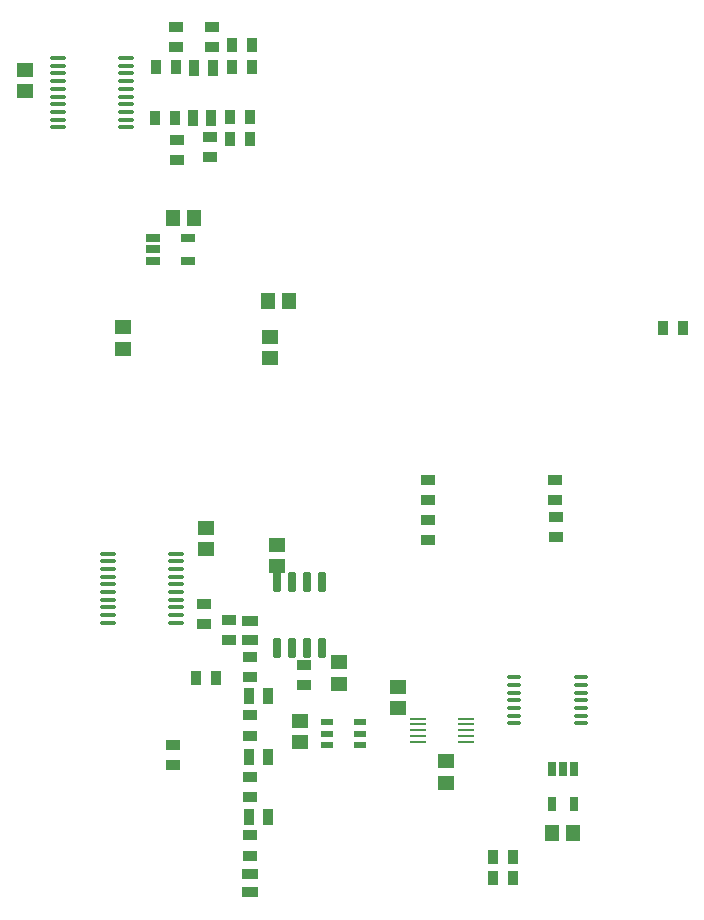
<source format=gbr>
G04 Layer_Color=8421504*
%FSLAX26Y26*%
%MOIN*%
%TF.FileFunction,Paste,Top*%
%TF.Part,Single*%
G01*
G75*
%TA.AperFunction,SMDPad,CuDef*%
%ADD10R,0.051181X0.033465*%
%ADD11R,0.033465X0.051181*%
%ADD12R,0.057087X0.045276*%
%ADD13O,0.055118X0.013780*%
%ADD14R,0.053150X0.037402*%
%ADD15R,0.037402X0.053150*%
%ADD16R,0.039370X0.023622*%
%ADD17R,0.045276X0.057087*%
G04:AMPARAMS|DCode=18|XSize=25.591mil|YSize=47.244mil|CornerRadius=1.919mil|HoleSize=0mil|Usage=FLASHONLY|Rotation=90.000|XOffset=0mil|YOffset=0mil|HoleType=Round|Shape=RoundedRectangle|*
%AMROUNDEDRECTD18*
21,1,0.025591,0.043406,0,0,90.0*
21,1,0.021752,0.047244,0,0,90.0*
1,1,0.003839,0.021703,0.010876*
1,1,0.003839,0.021703,-0.010876*
1,1,0.003839,-0.021703,-0.010876*
1,1,0.003839,-0.021703,0.010876*
%
%ADD18ROUNDEDRECTD18*%
%ADD19O,0.057087X0.009842*%
%ADD20O,0.049213X0.013780*%
G04:AMPARAMS|DCode=21|XSize=25.591mil|YSize=64.961mil|CornerRadius=1.919mil|HoleSize=0mil|Usage=FLASHONLY|Rotation=180.000|XOffset=0mil|YOffset=0mil|HoleType=Round|Shape=RoundedRectangle|*
%AMROUNDEDRECTD21*
21,1,0.025591,0.061122,0,0,180.0*
21,1,0.021752,0.064961,0,0,180.0*
1,1,0.003839,-0.010876,0.030561*
1,1,0.003839,0.010876,0.030561*
1,1,0.003839,0.010876,-0.030561*
1,1,0.003839,-0.010876,-0.030561*
%
%ADD21ROUNDEDRECTD21*%
G04:AMPARAMS|DCode=22|XSize=25.591mil|YSize=47.244mil|CornerRadius=1.919mil|HoleSize=0mil|Usage=FLASHONLY|Rotation=0.000|XOffset=0mil|YOffset=0mil|HoleType=Round|Shape=RoundedRectangle|*
%AMROUNDEDRECTD22*
21,1,0.025591,0.043406,0,0,0.0*
21,1,0.021752,0.047244,0,0,0.0*
1,1,0.003839,0.010876,-0.021703*
1,1,0.003839,-0.010876,-0.021703*
1,1,0.003839,-0.010876,0.021703*
1,1,0.003839,0.010876,0.021703*
%
%ADD22ROUNDEDRECTD22*%
D10*
X-590000Y-2293464D02*
D03*
Y-2226536D02*
D03*
Y-2088464D02*
D03*
Y-2021536D02*
D03*
Y-2488464D02*
D03*
Y-2421536D02*
D03*
X-408416Y-1920780D02*
D03*
Y-1853852D02*
D03*
X-846534Y-2185986D02*
D03*
Y-2119058D02*
D03*
X-590000Y-1893464D02*
D03*
Y-1826536D02*
D03*
X-741999Y-1717464D02*
D03*
Y-1650534D02*
D03*
X-658416Y-1770780D02*
D03*
Y-1703852D02*
D03*
X-717000Y274464D02*
D03*
Y207536D02*
D03*
X-721000Y-159466D02*
D03*
Y-92538D02*
D03*
X-834000Y-104538D02*
D03*
Y-171466D02*
D03*
X-837000Y272464D02*
D03*
Y205536D02*
D03*
X4694Y-1236742D02*
D03*
Y-1303670D02*
D03*
X426694Y-1236742D02*
D03*
Y-1303670D02*
D03*
X429694Y-1358742D02*
D03*
Y-1425670D02*
D03*
X4694Y-1370742D02*
D03*
Y-1437670D02*
D03*
D11*
X853464Y-730000D02*
D03*
X786536D02*
D03*
X-649464Y139000D02*
D03*
X-582536D02*
D03*
X-649464Y214000D02*
D03*
X-582536D02*
D03*
X-657464Y-28000D02*
D03*
X-590536D02*
D03*
X220000Y-2492522D02*
D03*
X286928D02*
D03*
Y-2562522D02*
D03*
X220000D02*
D03*
X-701536Y-1895000D02*
D03*
X-768464D02*
D03*
X-836536Y139998D02*
D03*
X-903464D02*
D03*
X-904464Y-29018D02*
D03*
X-837536D02*
D03*
X-589536Y-101000D02*
D03*
X-656464D02*
D03*
D12*
X-1012000Y-798434D02*
D03*
Y-727568D02*
D03*
X-736001Y-1395567D02*
D03*
Y-1466433D02*
D03*
X-498416Y-1451882D02*
D03*
Y-1522748D02*
D03*
X-293416Y-1915546D02*
D03*
Y-1844678D02*
D03*
X-1338000Y131226D02*
D03*
Y60360D02*
D03*
X-522000Y-830434D02*
D03*
Y-759568D02*
D03*
X-423306Y-2038772D02*
D03*
Y-2109638D02*
D03*
X-96306Y-1925978D02*
D03*
Y-1996844D02*
D03*
X65002Y-2245434D02*
D03*
Y-2174568D02*
D03*
D13*
X-835116Y-1712364D02*
D03*
Y-1686772D02*
D03*
Y-1661182D02*
D03*
Y-1635592D02*
D03*
Y-1610002D02*
D03*
Y-1584410D02*
D03*
Y-1558820D02*
D03*
Y-1533230D02*
D03*
Y-1507638D02*
D03*
Y-1482048D02*
D03*
X-1061494Y-1712364D02*
D03*
Y-1686772D02*
D03*
Y-1661182D02*
D03*
Y-1635592D02*
D03*
Y-1610002D02*
D03*
Y-1584410D02*
D03*
Y-1558820D02*
D03*
Y-1533230D02*
D03*
Y-1507638D02*
D03*
Y-1482048D02*
D03*
X-1002788Y-60702D02*
D03*
Y-35112D02*
D03*
Y-9522D02*
D03*
Y16070D02*
D03*
Y41660D02*
D03*
Y67250D02*
D03*
Y92840D02*
D03*
Y118432D02*
D03*
Y144022D02*
D03*
Y169612D02*
D03*
X-1229166Y-60702D02*
D03*
Y-35112D02*
D03*
Y-9522D02*
D03*
Y16070D02*
D03*
Y41660D02*
D03*
Y67250D02*
D03*
Y92840D02*
D03*
Y118432D02*
D03*
Y144022D02*
D03*
Y169612D02*
D03*
D14*
X-590000Y-2611496D02*
D03*
Y-2548504D02*
D03*
X-588416Y-1705820D02*
D03*
Y-1768812D02*
D03*
D15*
X-528504Y-2360000D02*
D03*
X-591496D02*
D03*
X-528504Y-2160000D02*
D03*
X-591496D02*
D03*
X-528504Y-1955000D02*
D03*
X-591496D02*
D03*
X-717504Y-29000D02*
D03*
X-780496D02*
D03*
X-712504Y138002D02*
D03*
X-775496D02*
D03*
D16*
X-222574Y-2044522D02*
D03*
Y-2081922D02*
D03*
Y-2119324D02*
D03*
X-330842D02*
D03*
Y-2081922D02*
D03*
Y-2044522D02*
D03*
D17*
X-529432Y-639002D02*
D03*
X-458566D02*
D03*
X-775566Y-364002D02*
D03*
X-846432D02*
D03*
X418032Y-2412522D02*
D03*
X488898D02*
D03*
D18*
X-794928Y-430600D02*
D03*
Y-505404D02*
D03*
X-911070D02*
D03*
Y-468002D02*
D03*
Y-430600D02*
D03*
D19*
X-27574Y-2031804D02*
D03*
Y-2051490D02*
D03*
Y-2071174D02*
D03*
Y-2090860D02*
D03*
Y-2110544D02*
D03*
X131876Y-2031804D02*
D03*
Y-2051490D02*
D03*
Y-2071174D02*
D03*
Y-2090860D02*
D03*
Y-2110544D02*
D03*
D20*
X513646Y-2047474D02*
D03*
Y-2021882D02*
D03*
Y-1996292D02*
D03*
Y-1970702D02*
D03*
Y-1945112D02*
D03*
Y-1919520D02*
D03*
Y-1893930D02*
D03*
X291206Y-2047474D02*
D03*
Y-2021882D02*
D03*
Y-1996292D02*
D03*
Y-1970702D02*
D03*
Y-1945112D02*
D03*
Y-1919520D02*
D03*
Y-1893930D02*
D03*
D21*
X-498030Y-1797970D02*
D03*
X-448030D02*
D03*
X-398030D02*
D03*
X-348030D02*
D03*
X-498030Y-1575528D02*
D03*
X-448030D02*
D03*
X-398030D02*
D03*
X-348030D02*
D03*
D22*
X490866Y-2315594D02*
D03*
X416062D02*
D03*
Y-2199452D02*
D03*
X453464D02*
D03*
X490866D02*
D03*
%TF.MD5,821b082a4f87b6b2faa2a383bb59e2c3*%
M02*

</source>
